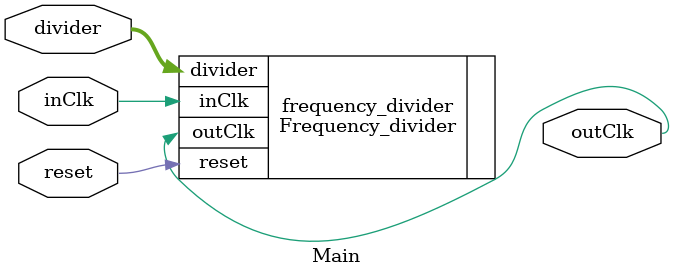
<source format=v>
module Main (

    input         	inClk,
    input   	   	reset,
    input   [2:0]   	divider,
    output        	outClk
);

Frequency_divider frequency_divider (
	.inClk(inClk),
	.reset(reset),
	.divider(divider),
	.outClk(outClk)
);
endmodule

</source>
